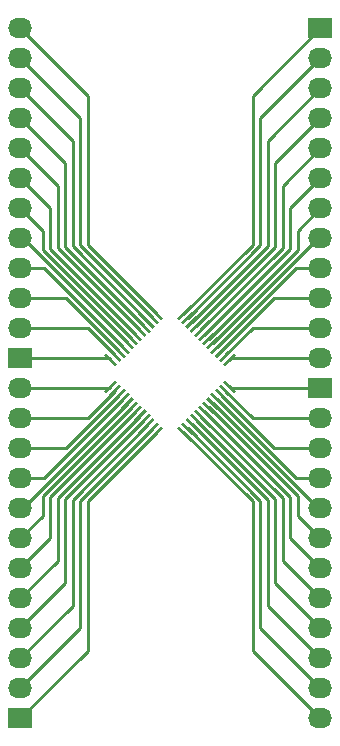
<source format=gbr>
G04 #@! TF.FileFunction,Copper,L2,Bot,Signal*
%FSLAX46Y46*%
G04 Gerber Fmt 4.6, Leading zero omitted, Abs format (unit mm)*
G04 Created by KiCad (PCBNEW 4.0.2-stable) date 2016/06/17 16:38:34*
%MOMM*%
G01*
G04 APERTURE LIST*
%ADD10C,0.100000*%
%ADD11R,2.032000X1.727200*%
%ADD12O,2.032000X1.727200*%
%ADD13C,0.250000*%
G04 APERTURE END LIST*
D10*
D11*
X142240000Y-139700000D03*
D12*
X142240000Y-137160000D03*
X142240000Y-134620000D03*
X142240000Y-132080000D03*
X142240000Y-129540000D03*
X142240000Y-127000000D03*
X142240000Y-124460000D03*
X142240000Y-121920000D03*
X142240000Y-119380000D03*
X142240000Y-116840000D03*
X142240000Y-114300000D03*
X142240000Y-111760000D03*
D11*
X167640000Y-111760000D03*
D12*
X167640000Y-114300000D03*
X167640000Y-116840000D03*
X167640000Y-119380000D03*
X167640000Y-121920000D03*
X167640000Y-124460000D03*
X167640000Y-127000000D03*
X167640000Y-129540000D03*
X167640000Y-132080000D03*
X167640000Y-134620000D03*
X167640000Y-137160000D03*
X167640000Y-139700000D03*
D11*
X142240000Y-109220000D03*
D12*
X142240000Y-106680000D03*
X142240000Y-104140000D03*
X142240000Y-101600000D03*
X142240000Y-99060000D03*
X142240000Y-96520000D03*
X142240000Y-93980000D03*
X142240000Y-91440000D03*
X142240000Y-88900000D03*
X142240000Y-86360000D03*
X142240000Y-83820000D03*
X142240000Y-81280000D03*
D11*
X167640000Y-81280000D03*
D12*
X167640000Y-83820000D03*
X167640000Y-86360000D03*
X167640000Y-88900000D03*
X167640000Y-91440000D03*
X167640000Y-93980000D03*
X167640000Y-96520000D03*
X167640000Y-99060000D03*
X167640000Y-101600000D03*
X167640000Y-104140000D03*
X167640000Y-106680000D03*
X167640000Y-109220000D03*
D10*
G36*
X153437398Y-116058466D02*
X153260621Y-115881689D01*
X154179860Y-114962450D01*
X154356637Y-115139227D01*
X153437398Y-116058466D01*
X153437398Y-116058466D01*
G37*
G36*
X153083845Y-115704913D02*
X152907068Y-115528136D01*
X153826307Y-114608897D01*
X154003084Y-114785674D01*
X153083845Y-115704913D01*
X153083845Y-115704913D01*
G37*
G36*
X152730291Y-115351359D02*
X152553514Y-115174582D01*
X153472753Y-114255343D01*
X153649530Y-114432120D01*
X152730291Y-115351359D01*
X152730291Y-115351359D01*
G37*
G36*
X152376738Y-114997806D02*
X152199961Y-114821029D01*
X153119200Y-113901790D01*
X153295977Y-114078567D01*
X152376738Y-114997806D01*
X152376738Y-114997806D01*
G37*
G36*
X152023185Y-114644253D02*
X151846408Y-114467476D01*
X152765647Y-113548237D01*
X152942424Y-113725014D01*
X152023185Y-114644253D01*
X152023185Y-114644253D01*
G37*
G36*
X151669631Y-114290699D02*
X151492854Y-114113922D01*
X152412093Y-113194683D01*
X152588870Y-113371460D01*
X151669631Y-114290699D01*
X151669631Y-114290699D01*
G37*
G36*
X151316078Y-113937146D02*
X151139301Y-113760369D01*
X152058540Y-112841130D01*
X152235317Y-113017907D01*
X151316078Y-113937146D01*
X151316078Y-113937146D01*
G37*
G36*
X150962524Y-113583592D02*
X150785747Y-113406815D01*
X151704986Y-112487576D01*
X151881763Y-112664353D01*
X150962524Y-113583592D01*
X150962524Y-113583592D01*
G37*
G36*
X150608971Y-113230039D02*
X150432194Y-113053262D01*
X151351433Y-112134023D01*
X151528210Y-112310800D01*
X150608971Y-113230039D01*
X150608971Y-113230039D01*
G37*
G36*
X150255418Y-112876486D02*
X150078641Y-112699709D01*
X150997880Y-111780470D01*
X151174657Y-111957247D01*
X150255418Y-112876486D01*
X150255418Y-112876486D01*
G37*
G36*
X149901864Y-112522932D02*
X149725087Y-112346155D01*
X150644326Y-111426916D01*
X150821103Y-111603693D01*
X149901864Y-112522932D01*
X149901864Y-112522932D01*
G37*
G36*
X149548311Y-112169379D02*
X149371534Y-111992602D01*
X150290773Y-111073363D01*
X150467550Y-111250140D01*
X149548311Y-112169379D01*
X149548311Y-112169379D01*
G37*
G36*
X149371534Y-108987398D02*
X149548311Y-108810621D01*
X150467550Y-109729860D01*
X150290773Y-109906637D01*
X149371534Y-108987398D01*
X149371534Y-108987398D01*
G37*
G36*
X149725087Y-108633845D02*
X149901864Y-108457068D01*
X150821103Y-109376307D01*
X150644326Y-109553084D01*
X149725087Y-108633845D01*
X149725087Y-108633845D01*
G37*
G36*
X150078641Y-108280291D02*
X150255418Y-108103514D01*
X151174657Y-109022753D01*
X150997880Y-109199530D01*
X150078641Y-108280291D01*
X150078641Y-108280291D01*
G37*
G36*
X150432194Y-107926738D02*
X150608971Y-107749961D01*
X151528210Y-108669200D01*
X151351433Y-108845977D01*
X150432194Y-107926738D01*
X150432194Y-107926738D01*
G37*
G36*
X150785747Y-107573185D02*
X150962524Y-107396408D01*
X151881763Y-108315647D01*
X151704986Y-108492424D01*
X150785747Y-107573185D01*
X150785747Y-107573185D01*
G37*
G36*
X151139301Y-107219631D02*
X151316078Y-107042854D01*
X152235317Y-107962093D01*
X152058540Y-108138870D01*
X151139301Y-107219631D01*
X151139301Y-107219631D01*
G37*
G36*
X151492854Y-106866078D02*
X151669631Y-106689301D01*
X152588870Y-107608540D01*
X152412093Y-107785317D01*
X151492854Y-106866078D01*
X151492854Y-106866078D01*
G37*
G36*
X151846408Y-106512524D02*
X152023185Y-106335747D01*
X152942424Y-107254986D01*
X152765647Y-107431763D01*
X151846408Y-106512524D01*
X151846408Y-106512524D01*
G37*
G36*
X152199961Y-106158971D02*
X152376738Y-105982194D01*
X153295977Y-106901433D01*
X153119200Y-107078210D01*
X152199961Y-106158971D01*
X152199961Y-106158971D01*
G37*
G36*
X152553514Y-105805418D02*
X152730291Y-105628641D01*
X153649530Y-106547880D01*
X153472753Y-106724657D01*
X152553514Y-105805418D01*
X152553514Y-105805418D01*
G37*
G36*
X152907068Y-105451864D02*
X153083845Y-105275087D01*
X154003084Y-106194326D01*
X153826307Y-106371103D01*
X152907068Y-105451864D01*
X152907068Y-105451864D01*
G37*
G36*
X153260621Y-105098311D02*
X153437398Y-104921534D01*
X154356637Y-105840773D01*
X154179860Y-106017550D01*
X153260621Y-105098311D01*
X153260621Y-105098311D01*
G37*
G36*
X155700140Y-106017550D02*
X155523363Y-105840773D01*
X156442602Y-104921534D01*
X156619379Y-105098311D01*
X155700140Y-106017550D01*
X155700140Y-106017550D01*
G37*
G36*
X156053693Y-106371103D02*
X155876916Y-106194326D01*
X156796155Y-105275087D01*
X156972932Y-105451864D01*
X156053693Y-106371103D01*
X156053693Y-106371103D01*
G37*
G36*
X156407247Y-106724657D02*
X156230470Y-106547880D01*
X157149709Y-105628641D01*
X157326486Y-105805418D01*
X156407247Y-106724657D01*
X156407247Y-106724657D01*
G37*
G36*
X156760800Y-107078210D02*
X156584023Y-106901433D01*
X157503262Y-105982194D01*
X157680039Y-106158971D01*
X156760800Y-107078210D01*
X156760800Y-107078210D01*
G37*
G36*
X157114353Y-107431763D02*
X156937576Y-107254986D01*
X157856815Y-106335747D01*
X158033592Y-106512524D01*
X157114353Y-107431763D01*
X157114353Y-107431763D01*
G37*
G36*
X157467907Y-107785317D02*
X157291130Y-107608540D01*
X158210369Y-106689301D01*
X158387146Y-106866078D01*
X157467907Y-107785317D01*
X157467907Y-107785317D01*
G37*
G36*
X157821460Y-108138870D02*
X157644683Y-107962093D01*
X158563922Y-107042854D01*
X158740699Y-107219631D01*
X157821460Y-108138870D01*
X157821460Y-108138870D01*
G37*
G36*
X158175014Y-108492424D02*
X157998237Y-108315647D01*
X158917476Y-107396408D01*
X159094253Y-107573185D01*
X158175014Y-108492424D01*
X158175014Y-108492424D01*
G37*
G36*
X158528567Y-108845977D02*
X158351790Y-108669200D01*
X159271029Y-107749961D01*
X159447806Y-107926738D01*
X158528567Y-108845977D01*
X158528567Y-108845977D01*
G37*
G36*
X158882120Y-109199530D02*
X158705343Y-109022753D01*
X159624582Y-108103514D01*
X159801359Y-108280291D01*
X158882120Y-109199530D01*
X158882120Y-109199530D01*
G37*
G36*
X159235674Y-109553084D02*
X159058897Y-109376307D01*
X159978136Y-108457068D01*
X160154913Y-108633845D01*
X159235674Y-109553084D01*
X159235674Y-109553084D01*
G37*
G36*
X159589227Y-109906637D02*
X159412450Y-109729860D01*
X160331689Y-108810621D01*
X160508466Y-108987398D01*
X159589227Y-109906637D01*
X159589227Y-109906637D01*
G37*
G36*
X159412450Y-111250140D02*
X159589227Y-111073363D01*
X160508466Y-111992602D01*
X160331689Y-112169379D01*
X159412450Y-111250140D01*
X159412450Y-111250140D01*
G37*
G36*
X159058897Y-111603693D02*
X159235674Y-111426916D01*
X160154913Y-112346155D01*
X159978136Y-112522932D01*
X159058897Y-111603693D01*
X159058897Y-111603693D01*
G37*
G36*
X158705343Y-111957247D02*
X158882120Y-111780470D01*
X159801359Y-112699709D01*
X159624582Y-112876486D01*
X158705343Y-111957247D01*
X158705343Y-111957247D01*
G37*
G36*
X158351790Y-112310800D02*
X158528567Y-112134023D01*
X159447806Y-113053262D01*
X159271029Y-113230039D01*
X158351790Y-112310800D01*
X158351790Y-112310800D01*
G37*
G36*
X157998237Y-112664353D02*
X158175014Y-112487576D01*
X159094253Y-113406815D01*
X158917476Y-113583592D01*
X157998237Y-112664353D01*
X157998237Y-112664353D01*
G37*
G36*
X157644683Y-113017907D02*
X157821460Y-112841130D01*
X158740699Y-113760369D01*
X158563922Y-113937146D01*
X157644683Y-113017907D01*
X157644683Y-113017907D01*
G37*
G36*
X157291130Y-113371460D02*
X157467907Y-113194683D01*
X158387146Y-114113922D01*
X158210369Y-114290699D01*
X157291130Y-113371460D01*
X157291130Y-113371460D01*
G37*
G36*
X156937576Y-113725014D02*
X157114353Y-113548237D01*
X158033592Y-114467476D01*
X157856815Y-114644253D01*
X156937576Y-113725014D01*
X156937576Y-113725014D01*
G37*
G36*
X156584023Y-114078567D02*
X156760800Y-113901790D01*
X157680039Y-114821029D01*
X157503262Y-114997806D01*
X156584023Y-114078567D01*
X156584023Y-114078567D01*
G37*
G36*
X156230470Y-114432120D02*
X156407247Y-114255343D01*
X157326486Y-115174582D01*
X157149709Y-115351359D01*
X156230470Y-114432120D01*
X156230470Y-114432120D01*
G37*
G36*
X155876916Y-114785674D02*
X156053693Y-114608897D01*
X156972932Y-115528136D01*
X156796155Y-115704913D01*
X155876916Y-114785674D01*
X155876916Y-114785674D01*
G37*
G36*
X155523363Y-115139227D02*
X155700140Y-114962450D01*
X156619379Y-115881689D01*
X156442602Y-116058466D01*
X155523363Y-115139227D01*
X155523363Y-115139227D01*
G37*
D13*
X153808629Y-115510458D02*
X147955000Y-121364087D01*
X147955000Y-133985000D02*
X142240000Y-139700000D01*
X147955000Y-121364087D02*
X147955000Y-133985000D01*
X153455076Y-115156905D02*
X147320000Y-121291981D01*
X147320000Y-132080000D02*
X142240000Y-137160000D01*
X147320000Y-121291981D02*
X147320000Y-132080000D01*
X153101522Y-114803351D02*
X146685000Y-121219873D01*
X146685000Y-130175000D02*
X142240000Y-134620000D01*
X146685000Y-121219873D02*
X146685000Y-130175000D01*
X152747969Y-114449798D02*
X146050000Y-121147767D01*
X146050000Y-128270000D02*
X142240000Y-132080000D01*
X146050000Y-121147767D02*
X146050000Y-128270000D01*
X152394416Y-114096245D02*
X145415000Y-121075661D01*
X145415000Y-126365000D02*
X142240000Y-129540000D01*
X145415000Y-121075661D02*
X145415000Y-126365000D01*
X152040862Y-113742691D02*
X144780000Y-121003553D01*
X144780000Y-124460000D02*
X142240000Y-127000000D01*
X144780000Y-121003553D02*
X144780000Y-124460000D01*
X151687309Y-113389138D02*
X144145000Y-120931447D01*
X144145000Y-122555000D02*
X142240000Y-124460000D01*
X144145000Y-120931447D02*
X144145000Y-122555000D01*
X151333755Y-113035584D02*
X142449339Y-121920000D01*
X142449339Y-121920000D02*
X142240000Y-121920000D01*
X150980202Y-112682031D02*
X144282233Y-119380000D01*
X144282233Y-119380000D02*
X142240000Y-119380000D01*
X150626649Y-112328478D02*
X146115127Y-116840000D01*
X146115127Y-116840000D02*
X142240000Y-116840000D01*
X150273095Y-111974924D02*
X147948019Y-114300000D01*
X147948019Y-114300000D02*
X142240000Y-114300000D01*
X149919542Y-111621371D02*
X149780913Y-111760000D01*
X149780913Y-111760000D02*
X142240000Y-111760000D01*
X159960458Y-111621371D02*
X160099087Y-111760000D01*
X160099087Y-111760000D02*
X167640000Y-111760000D01*
X159606905Y-111974924D02*
X161931981Y-114300000D01*
X161931981Y-114300000D02*
X167640000Y-114300000D01*
X159253351Y-112328478D02*
X163764873Y-116840000D01*
X163764873Y-116840000D02*
X167640000Y-116840000D01*
X158899798Y-112682031D02*
X165597767Y-119380000D01*
X165597767Y-119380000D02*
X167640000Y-119380000D01*
X158546245Y-113035584D02*
X167430661Y-121920000D01*
X167430661Y-121920000D02*
X167640000Y-121920000D01*
X158192691Y-113389138D02*
X165735000Y-120931447D01*
X165735000Y-122555000D02*
X167640000Y-124460000D01*
X165735000Y-120931447D02*
X165735000Y-122555000D01*
X157839138Y-113742691D02*
X165100000Y-121003553D01*
X165100000Y-124460000D02*
X167640000Y-127000000D01*
X165100000Y-121003553D02*
X165100000Y-124460000D01*
X157485584Y-114096245D02*
X164465000Y-121075661D01*
X164465000Y-126365000D02*
X167640000Y-129540000D01*
X164465000Y-121075661D02*
X164465000Y-126365000D01*
X157132031Y-114449798D02*
X163830000Y-121147767D01*
X163830000Y-128270000D02*
X167640000Y-132080000D01*
X163830000Y-121147767D02*
X163830000Y-128270000D01*
X156778478Y-114803351D02*
X163195000Y-121219873D01*
X163195000Y-130175000D02*
X167640000Y-134620000D01*
X163195000Y-121219873D02*
X163195000Y-130175000D01*
X156424924Y-115156905D02*
X162560000Y-121291981D01*
X162560000Y-132080000D02*
X167640000Y-137160000D01*
X162560000Y-121291981D02*
X162560000Y-132080000D01*
X156071371Y-115510458D02*
X161925000Y-121364087D01*
X161925000Y-133985000D02*
X167640000Y-139700000D01*
X161925000Y-121364087D02*
X161925000Y-133985000D01*
X142240000Y-109220000D02*
X149780913Y-109220000D01*
X149780913Y-109220000D02*
X149919542Y-109358629D01*
X150273095Y-109005076D02*
X147948019Y-106680000D01*
X147948019Y-106680000D02*
X142240000Y-106680000D01*
X150626649Y-108651522D02*
X146115127Y-104140000D01*
X146115127Y-104140000D02*
X142240000Y-104140000D01*
X150980202Y-108297969D02*
X144282233Y-101600000D01*
X144282233Y-101600000D02*
X142240000Y-101600000D01*
X151333755Y-107944416D02*
X142449339Y-99060000D01*
X142449339Y-99060000D02*
X142240000Y-99060000D01*
X151687309Y-107590862D02*
X144145000Y-100048553D01*
X144145000Y-98425000D02*
X142240000Y-96520000D01*
X144145000Y-100048553D02*
X144145000Y-98425000D01*
X152040862Y-107237309D02*
X144780000Y-99976447D01*
X144780000Y-96520000D02*
X142240000Y-93980000D01*
X144780000Y-99976447D02*
X144780000Y-96520000D01*
X152394416Y-106883755D02*
X145415000Y-99904339D01*
X145415000Y-94615000D02*
X142240000Y-91440000D01*
X145415000Y-99904339D02*
X145415000Y-94615000D01*
X152747969Y-106530202D02*
X146050000Y-99832233D01*
X146050000Y-92710000D02*
X142240000Y-88900000D01*
X146050000Y-99832233D02*
X146050000Y-92710000D01*
X153101522Y-106176649D02*
X146685000Y-99760127D01*
X146685000Y-90805000D02*
X142240000Y-86360000D01*
X146685000Y-99760127D02*
X146685000Y-90805000D01*
X153455076Y-105823095D02*
X147320000Y-99688019D01*
X147320000Y-88900000D02*
X142240000Y-83820000D01*
X147320000Y-99688019D02*
X147320000Y-88900000D01*
X153808629Y-105469542D02*
X147955000Y-99615913D01*
X147955000Y-86995000D02*
X142240000Y-81280000D01*
X147955000Y-99615913D02*
X147955000Y-86995000D01*
X156071371Y-105469542D02*
X161925000Y-99615913D01*
X161925000Y-86995000D02*
X167640000Y-81280000D01*
X161925000Y-99615913D02*
X161925000Y-86995000D01*
X156424924Y-105823095D02*
X162560000Y-99688019D01*
X162560000Y-88900000D02*
X167640000Y-83820000D01*
X162560000Y-99688019D02*
X162560000Y-88900000D01*
X156778478Y-106176649D02*
X163195000Y-99760127D01*
X163195000Y-90805000D02*
X167640000Y-86360000D01*
X163195000Y-99760127D02*
X163195000Y-90805000D01*
X157132031Y-106530202D02*
X163830000Y-99832233D01*
X163830000Y-92710000D02*
X167640000Y-88900000D01*
X163830000Y-99832233D02*
X163830000Y-92710000D01*
X157485584Y-106883755D02*
X164465000Y-99904339D01*
X164465000Y-94615000D02*
X167640000Y-91440000D01*
X164465000Y-99904339D02*
X164465000Y-94615000D01*
X157839138Y-107237309D02*
X165100000Y-99976447D01*
X165100000Y-96520000D02*
X167640000Y-93980000D01*
X165100000Y-99976447D02*
X165100000Y-96520000D01*
X158192691Y-107590862D02*
X165735000Y-100048553D01*
X165735000Y-98425000D02*
X167640000Y-96520000D01*
X165735000Y-100048553D02*
X165735000Y-98425000D01*
X158546245Y-107944416D02*
X167430661Y-99060000D01*
X167430661Y-99060000D02*
X167640000Y-99060000D01*
X158899798Y-108297969D02*
X165597767Y-101600000D01*
X165597767Y-101600000D02*
X167640000Y-101600000D01*
X159253351Y-108651522D02*
X163764873Y-104140000D01*
X163764873Y-104140000D02*
X167640000Y-104140000D01*
X159606905Y-109005076D02*
X161931981Y-106680000D01*
X161931981Y-106680000D02*
X167640000Y-106680000D01*
X159960458Y-109358629D02*
X160099087Y-109220000D01*
X160099087Y-109220000D02*
X167640000Y-109220000D01*
M02*

</source>
